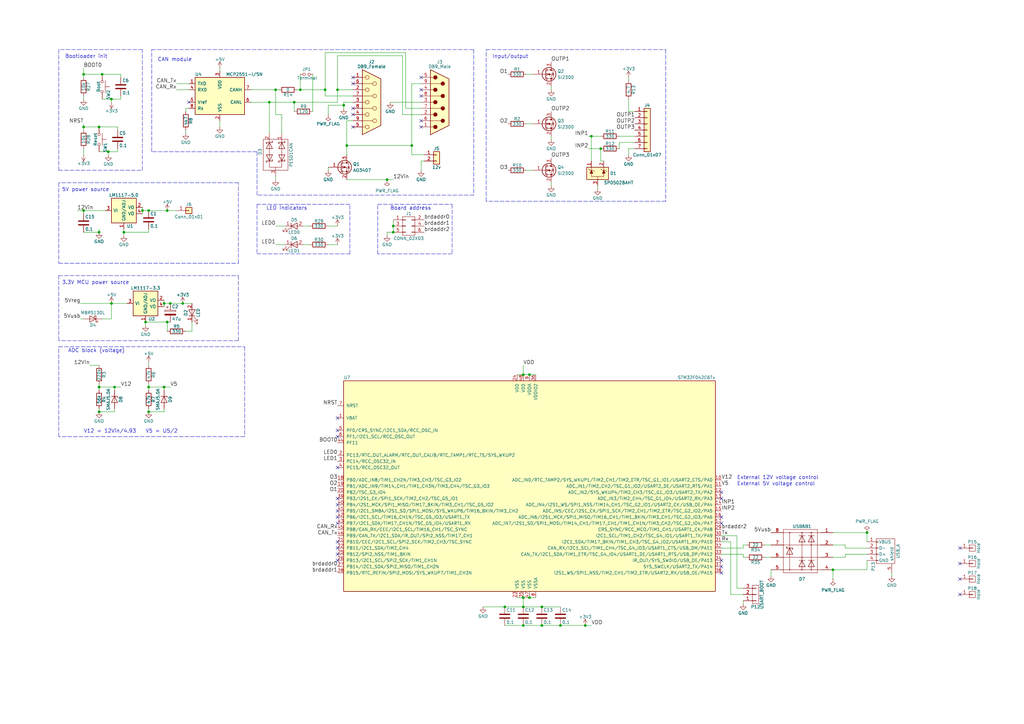
<source format=kicad_sch>
(kicad_sch (version 20231120) (generator "eeschema") (generator_version "8.0")
  (paper "A3")
  (junction (at 229.87 256.54))
  (junction (at 341.63 233.68))
  (junction (at 242.57 55.88))
  (junction (at 60.96 158.75))
  (junction (at 217.17 153.67))
  (junction (at 41.91 30.48))
  (junction (at 214.63 256.54))
  (junction (at 69.85 124.46))
  (junction (at 222.25 256.54))
  (junction (at 158.75 73.66))
  (junction (at 355.6 218.44))
  (junction (at 40.64 158.75))
  (junction (at 44.45 62.23))
  (junction (at 133.35 36.83))
  (junction (at 214.63 153.67))
  (junction (at 34.29 30.48))
  (junction (at 168.91 59.69))
  (junction (at 40.64 52.07))
  (junction (at 214.63 248.92))
  (junction (at 45.72 40.64))
  (junction (at 60.96 86.36))
  (junction (at 140.97 43.18))
  (junction (at 240.03 256.54))
  (junction (at 217.17 245.11))
  (junction (at 45.72 124.46))
  (junction (at 161.29 95.25))
  (junction (at 34.29 52.07))
  (junction (at 34.29 86.36))
  (junction (at 40.64 95.25))
  (junction (at 40.64 168.91))
  (junction (at 74.93 124.46))
  (junction (at 214.63 245.11))
  (junction (at 67.31 158.75))
  (junction (at 60.96 168.91))
  (junction (at 222.25 248.92))
  (junction (at 113.03 36.83))
  (junction (at 138.43 36.83))
  (junction (at 110.49 41.91))
  (junction (at 123.19 36.83))
  (junction (at 207.01 248.92))
  (junction (at 50.8 95.25))
  (junction (at 67.31 124.46))
  (junction (at 142.24 59.69))
  (junction (at 246.38 60.96))
  (junction (at 68.58 132.08))
  (junction (at 59.69 132.08))
  (junction (at 120.65 41.91))
  (junction (at 161.29 92.71))
  (junction (at 58.42 86.36))
  (junction (at 46.99 158.75))
  (junction (at 68.58 86.36))
  (no_connect (at 295.91 234.95))
  (no_connect (at 138.43 224.79))
  (no_connect (at 138.43 171.45))
  (no_connect (at 144.78 44.45))
  (no_connect (at 172.72 39.37))
  (no_connect (at 295.91 214.63))
  (no_connect (at 172.72 52.07))
  (no_connect (at 77.47 41.91))
  (no_connect (at 138.43 204.47))
  (no_connect (at 295.91 204.47))
  (no_connect (at 144.78 34.29))
  (no_connect (at 172.72 31.75))
  (no_connect (at 393.7 224.79))
  (no_connect (at 172.72 49.53))
  (no_connect (at 295.91 212.09))
  (no_connect (at 138.43 209.55))
  (no_connect (at 393.7 231.14))
  (no_connect (at 393.7 243.84))
  (no_connect (at 138.43 214.63))
  (no_connect (at 138.43 179.07))
  (no_connect (at 295.91 229.87))
  (no_connect (at 138.43 212.09))
  (no_connect (at 138.43 176.53))
  (no_connect (at 138.43 191.77))
  (no_connect (at 144.78 31.75))
  (no_connect (at 295.91 232.41))
  (no_connect (at 144.78 52.07))
  (no_connect (at 393.7 237.49))
  (no_connect (at 295.91 201.93))
  (no_connect (at 138.43 222.25))
  (no_connect (at 144.78 46.99))
  (no_connect (at 172.72 36.83))
  (no_connect (at 138.43 207.01))
  (no_connect (at 138.43 229.87))
  (no_connect (at 138.43 227.33))
  (wire (pts (xy 355.6 222.25) (xy 355.6 218.44)))
  (wire (pts (xy 77.47 34.29) (xy 72.39 34.29)))
  (wire (pts (xy 215.9 69.85) (xy 218.44 69.85)))
  (wire (pts (xy 257.81 33.02) (xy 257.81 31.75)))
  (wire (pts (xy 60.96 157.48) (xy 60.96 158.75)))
  (wire (pts (xy 168.91 63.5) (xy 173.99 63.5)))
  (wire (pts (xy 50.8 95.25) (xy 50.8 96.52)))
  (wire (pts (xy 60.96 168.91) (xy 67.31 168.91)))
  (wire (pts (xy 222.25 248.92) (xy 229.87 248.92)))
  (wire (pts (xy 341.63 228.6) (xy 346.71 228.6)))
  (wire (pts (xy 67.31 124.46) (xy 67.31 125.73)))
  (wire (pts (xy 207.01 256.54) (xy 214.63 256.54)))
  (wire (pts (xy 128.27 30.48) (xy 128.27 45.72)))
  (wire (pts (xy 346.71 224.79) (xy 346.71 223.52)))
  (wire (pts (xy 68.58 86.36) (xy 72.39 86.36)))
  (polyline (pts (xy 194.31 20.32) (xy 194.31 80.01)) (stroke (width 0) (type dash)))
  (wire (pts (xy 134.62 46.99) (xy 134.62 43.18)))
  (wire (pts (xy 160.02 41.91) (xy 172.72 41.91)))
  (wire (pts (xy 46.99 158.75) (xy 49.53 158.75)))
  (wire (pts (xy 60.96 86.36) (xy 68.58 86.36)))
  (wire (pts (xy 212.09 153.67) (xy 214.63 153.67)))
  (wire (pts (xy 168.91 34.29) (xy 168.91 59.69)))
  (polyline (pts (xy 24.13 142.24) (xy 100.33 142.24)) (stroke (width 0) (type dash)))
  (polyline (pts (xy 105.41 80.01) (xy 105.41 62.23)) (stroke (width 0) (type dash)))
  (wire (pts (xy 165.1 46.99) (xy 172.72 46.99)))
  (wire (pts (xy 144.78 41.91) (xy 140.97 41.91)))
  (polyline (pts (xy 58.42 20.32) (xy 24.13 20.32)) (stroke (width 0) (type dash)))
  (wire (pts (xy 229.87 256.54) (xy 222.25 256.54)))
  (wire (pts (xy 217.17 245.11) (xy 219.71 245.11)))
  (wire (pts (xy 113.03 36.83) (xy 114.3 36.83)))
  (wire (pts (xy 355.6 224.79) (xy 346.71 224.79)))
  (wire (pts (xy 304.8 246.38) (xy 304.8 247.65)))
  (wire (pts (xy 59.69 132.08) (xy 68.58 132.08)))
  (wire (pts (xy 254 60.96) (xy 254 58.42)))
  (wire (pts (xy 257.81 45.72) (xy 260.35 45.72)))
  (polyline (pts (xy 24.13 74.93) (xy 24.13 107.95)) (stroke (width 0) (type dash)))
  (wire (pts (xy 60.96 149.86) (xy 60.96 148.59)))
  (polyline (pts (xy 199.39 82.55) (xy 199.39 20.32)) (stroke (width 0) (type dash)))
  (polyline (pts (xy 24.13 113.03) (xy 97.79 113.03)) (stroke (width 0) (type dash)))
  (wire (pts (xy 134.62 69.85) (xy 134.62 68.58)))
  (wire (pts (xy 226.06 76.2) (xy 226.06 74.93)))
  (wire (pts (xy 113.03 100.33) (xy 116.84 100.33)))
  (wire (pts (xy 67.31 123.19) (xy 67.31 124.46)))
  (wire (pts (xy 44.45 62.23) (xy 48.26 62.23)))
  (wire (pts (xy 45.72 40.64) (xy 49.53 40.64)))
  (wire (pts (xy 142.24 73.66) (xy 158.75 73.66)))
  (polyline (pts (xy 97.79 107.95) (xy 97.79 74.93)) (stroke (width 0) (type dash)))
  (wire (pts (xy 46.99 168.91) (xy 46.99 167.64)))
  (wire (pts (xy 240.03 256.54) (xy 242.57 256.54)))
  (polyline (pts (xy 62.23 62.23) (xy 62.23 20.32)) (stroke (width 0) (type dash)))
  (wire (pts (xy 133.35 39.37) (xy 144.78 39.37)))
  (wire (pts (xy 40.64 167.64) (xy 40.64 168.91)))
  (wire (pts (xy 214.63 248.92) (xy 222.25 248.92)))
  (wire (pts (xy 316.23 236.22) (xy 316.23 233.68)))
  (wire (pts (xy 110.49 41.91) (xy 102.87 41.91)))
  (wire (pts (xy 246.38 60.96) (xy 241.3 60.96)))
  (wire (pts (xy 365.76 236.22) (xy 365.76 234.95)))
  (wire (pts (xy 102.87 36.83) (xy 113.03 36.83)))
  (wire (pts (xy 58.42 86.36) (xy 60.96 86.36)))
  (wire (pts (xy 304.8 227.33) (xy 295.91 227.33)))
  (wire (pts (xy 168.91 59.69) (xy 168.91 63.5)))
  (wire (pts (xy 165.1 22.86) (xy 165.1 46.99)))
  (polyline (pts (xy 105.41 83.82) (xy 105.41 104.14)) (stroke (width 0) (type dash)))
  (wire (pts (xy 120.65 41.91) (xy 110.49 41.91)))
  (wire (pts (xy 34.29 95.25) (xy 40.64 95.25)))
  (wire (pts (xy 40.64 95.25) (xy 40.64 93.98)))
  (wire (pts (xy 34.29 86.36) (xy 43.18 86.36)))
  (wire (pts (xy 74.93 124.46) (xy 78.74 124.46)))
  (wire (pts (xy 115.57 46.99) (xy 113.03 46.99)))
  (wire (pts (xy 50.8 93.98) (xy 50.8 95.25)))
  (wire (pts (xy 67.31 160.02) (xy 67.31 158.75)))
  (wire (pts (xy 33.02 124.46) (xy 45.72 124.46)))
  (polyline (pts (xy 24.13 139.7) (xy 24.13 113.03)) (stroke (width 0) (type dash)))
  (wire (pts (xy 48.26 52.07) (xy 48.26 53.34)))
  (polyline (pts (xy 143.51 104.14) (xy 143.51 83.82)) (stroke (width 0) (type dash)))
  (wire (pts (xy 115.57 54.61) (xy 115.57 46.99)))
  (wire (pts (xy 76.2 45.72) (xy 76.2 44.45)))
  (wire (pts (xy 123.19 36.83) (xy 123.19 30.48)))
  (wire (pts (xy 45.72 124.46) (xy 52.07 124.46)))
  (wire (pts (xy 49.53 30.48) (xy 49.53 31.75)))
  (wire (pts (xy 34.29 63.5) (xy 34.29 60.96)))
  (wire (pts (xy 316.23 228.6) (xy 313.69 228.6)))
  (wire (pts (xy 346.71 228.6) (xy 346.71 227.33)))
  (wire (pts (xy 40.64 158.75) (xy 40.64 160.02)))
  (wire (pts (xy 295.91 222.25) (xy 299.72 222.25)))
  (wire (pts (xy 257.81 60.96) (xy 260.35 60.96)))
  (wire (pts (xy 34.29 87.63) (xy 34.29 86.36)))
  (polyline (pts (xy 273.05 20.32) (xy 273.05 82.55)) (stroke (width 0) (type dash)))
  (wire (pts (xy 123.19 36.83) (xy 133.35 36.83)))
  (wire (pts (xy 355.6 218.44) (xy 341.63 218.44)))
  (wire (pts (xy 144.78 49.53) (xy 142.24 49.53)))
  (wire (pts (xy 40.64 62.23) (xy 44.45 62.23)))
  (wire (pts (xy 346.71 227.33) (xy 355.6 227.33)))
  (wire (pts (xy 242.57 55.88) (xy 246.38 55.88)))
  (polyline (pts (xy 58.42 69.85) (xy 58.42 20.32)) (stroke (width 0) (type dash)))
  (wire (pts (xy 214.63 248.92) (xy 214.63 245.11)))
  (wire (pts (xy 90.17 49.53) (xy 90.17 52.07)))
  (wire (pts (xy 40.64 168.91) (xy 46.99 168.91)))
  (wire (pts (xy 77.47 36.83) (xy 72.39 36.83)))
  (wire (pts (xy 215.9 50.8) (xy 218.44 50.8)))
  (wire (pts (xy 214.63 153.67) (xy 217.17 153.67)))
  (polyline (pts (xy 100.33 142.24) (xy 100.33 179.07)) (stroke (width 0) (type dash)))
  (wire (pts (xy 302.26 241.3) (xy 302.26 219.71)))
  (wire (pts (xy 133.35 21.59) (xy 133.35 36.83)))
  (wire (pts (xy 60.96 158.75) (xy 67.31 158.75)))
  (wire (pts (xy 76.2 54.61) (xy 76.2 53.34)))
  (polyline (pts (xy 199.39 20.32) (xy 273.05 20.32)) (stroke (width 0) (type dash)))
  (wire (pts (xy 214.63 256.54) (xy 222.25 256.54)))
  (wire (pts (xy 198.12 248.92) (xy 207.01 248.92)))
  (wire (pts (xy 355.6 229.87) (xy 355.6 233.68)))
  (wire (pts (xy 46.99 160.02) (xy 46.99 158.75)))
  (wire (pts (xy 207.01 248.92) (xy 214.63 248.92)))
  (polyline (pts (xy 185.42 104.14) (xy 154.94 104.14)) (stroke (width 0) (type dash)))
  (wire (pts (xy 133.35 36.83) (xy 133.35 39.37)))
  (wire (pts (xy 246.38 66.04) (xy 246.38 60.96)))
  (polyline (pts (xy 105.41 104.14) (xy 143.51 104.14)) (stroke (width 0) (type dash)))
  (polyline (pts (xy 273.05 82.55) (xy 199.39 82.55)) (stroke (width 0) (type dash)))
  (wire (pts (xy 166.37 44.45) (xy 166.37 21.59)))
  (wire (pts (xy 138.43 36.83) (xy 138.43 41.91)))
  (wire (pts (xy 40.64 157.48) (xy 40.64 158.75)))
  (wire (pts (xy 67.31 168.91) (xy 67.31 167.64)))
  (polyline (pts (xy 100.33 179.07) (xy 24.13 179.07)) (stroke (width 0) (type dash)))
  (wire (pts (xy 120.65 45.72) (xy 120.65 41.91)))
  (wire (pts (xy 241.3 55.88) (xy 242.57 55.88)))
  (wire (pts (xy 31.75 86.36) (xy 34.29 86.36)))
  (wire (pts (xy 45.72 41.91) (xy 45.72 40.64)))
  (wire (pts (xy 90.17 27.94) (xy 90.17 29.21)))
  (wire (pts (xy 34.29 30.48) (xy 34.29 31.75)))
  (wire (pts (xy 36.83 149.86) (xy 40.64 149.86)))
  (wire (pts (xy 69.85 124.46) (xy 74.93 124.46)))
  (wire (pts (xy 172.72 69.85) (xy 172.72 66.04)))
  (wire (pts (xy 161.29 92.71) (xy 161.29 90.17)))
  (wire (pts (xy 41.91 130.81) (xy 45.72 130.81)))
  (wire (pts (xy 215.9 30.48) (xy 218.44 30.48)))
  (wire (pts (xy 60.96 167.64) (xy 60.96 168.91)))
  (wire (pts (xy 34.29 52.07) (xy 40.64 52.07)))
  (wire (pts (xy 142.24 49.53) (xy 142.24 59.69)))
  (wire (pts (xy 138.43 36.83) (xy 144.78 36.83)))
  (wire (pts (xy 158.75 96.52) (xy 158.75 95.25)))
  (wire (pts (xy 76.2 44.45) (xy 77.47 44.45)))
  (wire (pts (xy 212.09 245.11) (xy 214.63 245.11)))
  (wire (pts (xy 229.87 256.54) (xy 240.03 256.54)))
  (wire (pts (xy 302.26 219.71) (xy 295.91 219.71)))
  (wire (pts (xy 113.03 73.66) (xy 113.03 72.39)))
  (wire (pts (xy 110.49 41.91) (xy 110.49 54.61)))
  (wire (pts (xy 50.8 95.25) (xy 60.96 95.25)))
  (wire (pts (xy 78.74 135.89) (xy 78.74 132.08)))
  (wire (pts (xy 306.07 228.6) (xy 304.8 228.6)))
  (wire (pts (xy 67.31 124.46) (xy 69.85 124.46)))
  (wire (pts (xy 140.97 43.18) (xy 140.97 44.45)))
  (wire (pts (xy 142.24 59.69) (xy 168.91 59.69)))
  (polyline (pts (xy 24.13 107.95) (xy 97.79 107.95)) (stroke (width 0) (type dash)))
  (wire (pts (xy 304.8 224.79) (xy 304.8 223.52)))
  (polyline (pts (xy 154.94 104.14) (xy 154.94 83.82)) (stroke (width 0) (type dash)))
  (wire (pts (xy 58.42 85.09) (xy 58.42 86.36)))
  (wire (pts (xy 34.29 130.81) (xy 33.02 130.81)))
  (wire (pts (xy 247.65 66.04) (xy 246.38 66.04)))
  (wire (pts (xy 134.62 43.18) (xy 140.97 43.18)))
  (wire (pts (xy 121.92 36.83) (xy 123.19 36.83)))
  (polyline (pts (xy 24.13 69.85) (xy 58.42 69.85)) (stroke (width 0) (type dash)))
  (wire (pts (xy 254 58.42) (xy 260.35 58.42)))
  (wire (pts (xy 49.53 40.64) (xy 49.53 39.37)))
  (wire (pts (xy 140.97 41.91) (xy 140.97 43.18)))
  (wire (pts (xy 34.29 50.8) (xy 34.29 52.07)))
  (wire (pts (xy 161.29 95.25) (xy 161.29 92.71)))
  (polyline (pts (xy 24.13 179.07) (xy 24.13 142.24)) (stroke (width 0) (type dash)))
  (wire (pts (xy 40.64 158.75) (xy 46.99 158.75)))
  (wire (pts (xy 214.63 245.11) (xy 217.17 245.11)))
  (wire (pts (xy 76.2 135.89) (xy 78.74 135.89)))
  (wire (pts (xy 158.75 95.25) (xy 161.29 95.25)))
  (wire (pts (xy 304.8 223.52) (xy 306.07 223.52)))
  (wire (pts (xy 245.11 77.47) (xy 245.11 76.2)))
  (wire (pts (xy 68.58 132.08) (xy 69.85 132.08)))
  (wire (pts (xy 60.96 95.25) (xy 60.96 93.98)))
  (wire (pts (xy 226.06 57.15) (xy 226.06 55.88)))
  (polyline (pts (xy 185.42 83.82) (xy 185.42 104.14)) (stroke (width 0) (type dash)))
  (wire (pts (xy 41.91 40.64) (xy 45.72 40.64)))
  (wire (pts (xy 142.24 59.69) (xy 142.24 63.5)))
  (wire (pts (xy 260.35 55.88) (xy 254 55.88)))
  (wire (pts (xy 242.57 66.04) (xy 242.57 55.88)))
  (wire (pts (xy 158.75 73.66) (xy 161.29 73.66)))
  (wire (pts (xy 134.62 100.33) (xy 138.43 100.33)))
  (wire (pts (xy 134.62 92.71) (xy 138.43 92.71)))
  (wire (pts (xy 138.43 41.91) (xy 120.65 41.91)))
  (wire (pts (xy 67.31 158.75) (xy 69.85 158.75)))
  (wire (pts (xy 257.81 63.5) (xy 257.81 60.96)))
  (wire (pts (xy 168.91 34.29) (xy 172.72 34.29)))
  (wire (pts (xy 59.69 133.35) (xy 59.69 132.08)))
  (wire (pts (xy 113.03 46.99) (xy 113.03 36.83)))
  (wire (pts (xy 299.72 222.25) (xy 299.72 243.84)))
  (wire (pts (xy 341.63 233.68) (xy 341.63 237.49)))
  (wire (pts (xy 304.8 228.6) (xy 304.8 227.33)))
  (wire (pts (xy 58.42 86.36) (xy 58.42 87.63)))
  (wire (pts (xy 138.43 22.86) (xy 138.43 36.83)))
  (wire (pts (xy 68.58 135.89) (xy 68.58 132.08)))
  (polyline (pts (xy 194.31 80.01) (xy 105.41 80.01)) (stroke (width 0) (type dash)))
  (polyline (pts (xy 143.51 83.82) (xy 105.41 83.82)) (stroke (width 0) (type dash)))
  (wire (pts (xy 172.72 66.04) (xy 173.99 66.04)))
  (wire (pts (xy 304.8 241.3) (xy 302.26 241.3)))
  (wire (pts (xy 166.37 21.59) (xy 133.35 21.59)))
  (wire (pts (xy 34.29 30.48) (xy 41.91 30.48)))
  (wire (pts (xy 226.06 36.83) (xy 226.06 35.56)))
  (polyline (pts (xy 97.79 113.03) (xy 97.79 139.7)) (stroke (width 0) (type dash)))
  (polyline (pts (xy 154.94 83.82) (xy 185.42 83.82)) (stroke (width 0) (type dash)))
  (wire (pts (xy 48.26 62.23) (xy 48.26 60.96)))
  (wire (pts (xy 214.63 153.67) (xy 214.63 149.86)))
  (polyline (pts (xy 62.23 20.32) (xy 194.31 20.32)) (stroke (width 0) (type dash)))
  (wire (pts (xy 45.72 130.81) (xy 45.72 124.46)))
  (wire (pts (xy 355.6 233.68) (xy 341.63 233.68)))
  (wire (pts (xy 40.64 52.07) (xy 48.26 52.07)))
  (wire (pts (xy 34.29 52.07) (xy 34.29 53.34)))
  (wire (pts (xy 124.46 100.33) (xy 127 100.33)))
  (wire (pts (xy 60.96 158.75) (xy 60.96 160.02)))
  (polyline (pts (xy 24.13 20.32) (xy 24.13 69.85)) (stroke (width 0) (type dash)))
  (wire (pts (xy 41.91 30.48) (xy 49.53 30.48)))
  (wire (pts (xy 172.72 44.45) (xy 166.37 44.45)))
  (wire (pts (xy 299.72 243.84) (xy 304.8 243.84)))
  (wire (pts (xy 138.43 22.86) (xy 165.1 22.86)))
  (polyline (pts (xy 97.79 139.7) (xy 24.13 139.7)) (stroke (width 0) (type dash)))
  (wire (pts (xy 34.29 27.94) (xy 34.29 30.48)))
  (wire (pts (xy 217.17 153.67) (xy 219.71 153.67)))
  (wire (pts (xy 295.91 224.79) (xy 304.8 224.79)))
  (polyline (pts (xy 105.41 62.23) (xy 62.23 62.23)) (stroke (width 0) (type dash)))
  (wire (pts (xy 257.81 40.64) (xy 257.81 45.72)))
  (wire (pts (xy 346.71 223.52) (xy 341.63 223.52)))
  (polyline (pts (xy 97.79 74.93) (xy 24.13 74.93)) (stroke (width 0) (type dash)))
  (wire (pts (xy 124.46 92.71) (xy 127 92.71)))
  (wire (pts (xy 34.29 40.64) (xy 34.29 39.37)))
  (wire (pts (xy 44.45 63.5) (xy 44.45 62.23)))
  (wire (pts (xy 113.03 92.71) (xy 116.84 92.71)))
  (wire (pts (xy 313.69 223.52) (xy 316.23 223.52)))
  (text "External 5V voltage control" (at 302.26 199.39 0) (effects (font (size 1.524 1.524)) (justify left bottom)))
  (text "Board address" (at 160.02 86.36 0) (effects (font (size 1.524 1.524)) (justify left bottom)))
  (text "Bootloader init" (at 26.67 24.13 0) (effects (font (size 1.524 1.524)) (justify left bottom)))
  (text "V12 = 12Vin/4.93" (at 34.29 177.8 0) (effects (font (size 1.524 1.524)) (justify left bottom)))
  (text "ADC block (voltage)" (at 27.94 144.78 0) (effects (font (size 1.524 1.524)) (justify left bottom)))
  (text "3.3V MCU power source" (at 25.4 116.84 0) (effects (font (size 1.524 1.524)) (justify left bottom)))
  (text "Input/output" (at 201.93 24.13 0) (effects (font (size 1.524 1.524)) (justify left bottom)))
  (text "LED indicators" (at 109.22 86.36 0) (effects (font (size 1.524 1.524)) (justify left bottom)))
  (text "External 12V voltage control" (at 302.26 196.85 0) (effects (font (size 1.524 1.524)) (justify left bottom)))
  (text "CAN module" (at 78.74 25.4 0) (effects (font (size 1.524 1.524)) (justify right bottom)))
  (text "5V power source" (at 25.4 78.74 0) (effects (font (size 1.524 1.524)) (justify left bottom)))
  (text "V5 = U5/2" (at 59.69 177.8 0) (effects (font (size 1.524 1.524)) (justify left bottom)))
  (label "V5" (at 295.91 199.39 0) (effects (font (size 1.524 1.524))))
  (label "INP1" (at 241.3 55.88 180) (effects (font (size 1.524 1.524))))
  (label "OUTP2" (at 226.06 45.72 0) (effects (font (size 1.524 1.524))))
  (label "O2" (at 138.43 199.39 180) (effects (font (size 1.524 1.524))))
  (label "LED0" (at 113.03 92.71 180) (effects (font (size 1.524 1.524))))
  (label "NRST" (at 34.29 50.8 180) (effects (font (size 1.524 1.524))))
  (label "Rx" (at 295.91 222.25 0) (effects (font (size 1.524 1.524))))
  (label "O1" (at 208.28 30.48 180) (effects (font (size 1.524 1.524))))
  (label "brdaddr0" (at 138.43 232.41 180) (effects (font (size 1.524 1.524))))
  (label "V12" (at 49.53 158.75 0) (effects (font (size 1.524 1.524))))
  (label "OUTP1" (at 226.06 25.4 0) (effects (font (size 1.524 1.524))))
  (label "INP2" (at 295.91 209.55 0) (effects (font (size 1.524 1.524))))
  (label "O3" (at 138.43 196.85 180) (effects (font (size 1.524 1.524))))
  (label "CAN_Rx" (at 72.39 36.83 180) (effects (font (size 1.524 1.524))))
  (label "5Vusb" (at 316.23 218.44 180) (effects (font (size 1.524 1.524))))
  (label "BOOT0" (at 138.43 181.61 180) (effects (font (size 1.524 1.524))))
  (label "5Vusb" (at 33.02 130.81 180) (effects (font (size 1.524 1.524))))
  (label "12Vin" (at 31.75 86.36 0) (effects (font (size 1.524 1.524))))
  (label "OUTP1" (at 260.35 48.26 180) (effects (font (size 1.524 1.524))))
  (label "V5" (at 69.85 158.75 0) (effects (font (size 1.524 1.524))))
  (label "LED1" (at 113.03 100.33 180) (effects (font (size 1.524 1.524))))
  (label "INP2" (at 241.3 60.96 180) (effects (font (size 1.524 1.524))))
  (label "BOOT0" (at 34.29 27.94 0) (effects (font (size 1.524 1.524))))
  (label "LED1" (at 138.43 189.23 180) (effects (font (size 1.524 1.524))))
  (label "5Vreg" (at 33.02 124.46 180) (effects (font (size 1.524 1.524))))
  (label "OUTP3" (at 226.06 64.77 0) (effects (font (size 1.524 1.524))))
  (label "INP1" (at 295.91 207.01 0) (effects (font (size 1.524 1.524))))
  (label "NRST" (at 138.43 166.37 180) (effects (font (size 1.524 1.524))))
  (label "brdaddr2" (at 173.99 95.25 0) (effects (font (size 1.524 1.524))))
  (label "brdaddr2" (at 295.91 217.17 0) (effects (font (size 1.524 1.524))))
  (label "OUTP2" (at 260.35 50.8 180) (effects (font (size 1.524 1.524))))
  (label "LED0" (at 138.43 186.69 180) (effects (font (size 1.524 1.524))))
  (label "CAN_Tx" (at 138.43 219.71 180) (effects (font (size 1.524 1.524))))
  (label "CAN_Rx" (at 138.43 217.17 180) (effects (font (size 1.524 1.524))))
  (label "brdaddr1" (at 138.43 234.95 180) (effects (font (size 1.524 1.524))))
  (label "OUTP3" (at 260.35 53.34 180) (effects (font (size 1.524 1.524))))
  (label "brdaddr1" (at 173.99 92.71 0) (effects (font (size 1.524 1.524))))
  (label "O3" (at 208.28 69.85 180) (effects (font (size 1.524 1.524))))
  (label "O2" (at 208.28 50.8 180) (effects (font (size 1.524 1.524))))
  (label "CAN_Tx" (at 72.39 34.29 180) (effects (font (size 1.524 1.524))))
  (label "brdaddr0" (at 173.99 90.17 0) (effects (font (size 1.524 1.524))))
  (label "Tx" (at 295.91 219.71 0) (effects (font (size 1.524 1.524))))
  (label "VDD" (at 214.63 149.86 0) (effects (font (size 1.524 1.524))))
  (label "12Vin" (at 36.83 149.86 180) (effects (font (size 1.524 1.524))))
  (label "O1" (at 138.43 201.93 180) (effects (font (size 1.524 1.524))))
  (label "12Vin" (at 161.29 73.66 0) (effects (font (size 1.524 1.524))))
  (label "V12" (at 295.91 196.85 0) (effects (font (size 1.524 1.524))))
  (label "VDD" (at 242.57 256.54 0) (effects (font (size 1.524 1.524))))
  (symbol (lib_id "stm32-rescue:STM32F042C6Tx") (at 217.17 199.39 0) (unit 1)
    (property "Reference" "U7" (at 140.97 155.575 0) (effects (justify left bottom)))
    (property "Value" "STM32F042C6Tx" (at 293.37 155.575 0) (effects (justify right bottom)))
    (property "Footprint" "Housings_QFP.pretty:LQFP-48_7x7mm_Pitch0.5mm" (effects (hide yes)))
  )
  (symbol (lib_id "stm32-rescue:C") (at 207.01 252.73 0) (unit 1)
    (property "Reference" "C11" (at 207.645 250.19 0) (effects (justify left)))
    (property "Value" "0.1" (at 207.645 255.27 0) (effects (justify left)))
    (property "Footprint" "Capacitors_SMD.pretty:C_0603_HandSoldering" (effects (hide yes)))
  )
  (symbol (lib_id "stm32-rescue:LM1117-3.3-RESCUE-stm32") (at 59.69 124.46 0) (unit 1)
    (property "Reference" "U2" (at 62.23 130.81 0))
    (property "Value" "LM1117-3.3" (at 59.69 118.11 0))
    (property "Footprint" "TO_SOT_Packages_SMD.pretty:SOT-223" (effects (hide yes)))
  )
  (symbol (lib_id "stm32-rescue:MCP2551-I_SN") (at 90.17 39.37 0) (unit 1)
    (property "Reference" "U4" (at 80.01 30.48 0) (effects (justify left)))
    (property "Value" "MCP2551-I/SN" (at 92.71 30.48 0) (effects (justify left)))
    (property "Footprint" "Housings_SOIC.pretty:SOIC-8_3.9x4.9mm_Pitch1.27mm" (effects (hide yes)))
  )
  (symbol (lib_id "stm32-rescue:USB_A-RESCUE-stm32") (at 363.22 227.33 270) (unit 1)
    (property "Reference" "P13" (at 358.14 232.41 0))
    (property "Value" "USB_A" (at 368.3 226.06 0))
    (property "Footprint" "Connect.pretty:USB_Mini-B" (effects (hide yes)))
  )
  (symbol (lib_id "stm32-rescue:GND") (at 40.64 95.25 0) (unit 1)
    (property "Reference" "#PWR01" (effects (hide yes)))
    (property "Value" "GND" (at 40.64 99.06 0))
  )
  (symbol (lib_id "stm32-rescue:+5V") (at 45.72 124.46 0) (unit 1)
    (property "Reference" "#PWR02" (effects (hide yes)))
    (property "Value" "+5V" (at 45.72 120.904 0))
  )
  (symbol (lib_id "stm32-rescue:GND") (at 59.69 133.35 0) (unit 1)
    (property "Reference" "#PWR03" (effects (hide yes)))
    (property "Value" "GND" (at 59.69 137.16 0))
  )
  (symbol (lib_id "stm32-rescue:CP") (at 69.85 128.27 0) (unit 1)
    (property "Reference" "C2" (at 70.485 125.73 0) (effects (justify left)))
    (property "Value" "47u" (at 70.485 130.81 0) (effects (justify left)))
    (property "Footprint" "Capacitors_Tantalum_SMD.pretty:Tantalum_Case-A_EIA-3216-18_Hand" (effects (hide yes)))
  )
  (symbol (lib_id "stm32-rescue:+3.3V") (at 74.93 124.46 0) (unit 1)
    (property "Reference" "#PWR04" (effects (hide yes)))
    (property "Value" "+3V3" (at 74.93 120.904 0))
  )
  (symbol (lib_id "stm32-rescue:PESD1CAN") (at 115.57 62.23 270) (unit 1)
    (property "Reference" "D3" (at 106.68 62.23 0))
    (property "Value" "PESD1CAN" (at 119.38 63.5 0))
    (property "Footprint" "TO_SOT_Packages_SMD.pretty:SOT-23" (effects (hide yes)))
  )
  (symbol (lib_id "stm32-rescue:GND") (at 113.03 73.66 0) (unit 1)
    (property "Reference" "#PWR05" (effects (hide yes)))
    (property "Value" "GND" (at 113.03 77.47 0))
  )
  (symbol (lib_id "stm32-rescue:+5V") (at 90.17 27.94 0) (unit 1)
    (property "Reference" "#PWR06" (effects (hide yes)))
    (property "Value" "+5V" (at 90.17 24.384 0))
  )
  (symbol (lib_id "stm32-rescue:R") (at 76.2 49.53 0) (unit 1)
    (property "Reference" "R8" (at 78.232 49.53 90))
    (property "Value" "4k7" (at 76.2 49.53 90))
    (property "Footprint" "Resistors_SMD.pretty:R_0603_HandSoldering" (effects (hide yes)))
  )
  (symbol (lib_id "stm32-rescue:GND") (at 90.17 52.07 0) (unit 1)
    (property "Reference" "#PWR07" (effects (hide yes)))
    (property "Value" "GND" (at 90.17 55.88 0))
  )
  (symbol (lib_id "stm32-rescue:GND") (at 76.2 54.61 0) (unit 1)
    (property "Reference" "#PWR08" (effects (hide yes)))
    (property "Value" "GND" (at 76.2 58.42 0))
  )
  (symbol (lib_id "stm32-rescue:R") (at 124.46 45.72 90) (unit 1)
    (property "Reference" "R9" (at 124.46 43.688 90))
    (property "Value" "120" (at 124.46 45.72 90))
    (property "Footprint" "Resistors_SMD.pretty:R_0603_HandSoldering" (effects (hide yes)))
  )
  (symbol (lib_id "stm32-rescue:Jumper_NO_Small") (at 125.73 30.48 0) (unit 1)
    (property "Reference" "JP1" (at 125.73 28.448 0))
    (property "Value" "Terminal" (at 125.984 32.004 0))
    (property "Footprint" "Pin_Headers.pretty:Pin_Header_Straight_1x02" (effects (hide yes)))
  )
  (symbol (lib_id "stm32-rescue:LED-RESCUE-stm32") (at 120.65 92.71 0) (unit 1)
    (property "Reference" "D5" (at 120.65 90.17 0))
    (property "Value" "LED0" (at 120.65 95.25 0))
    (property "Footprint" "LEDs.pretty:LED_0805" (effects (hide yes)))
  )
  (symbol (lib_id "stm32-rescue:R") (at 130.81 92.71 90) (unit 1)
    (property "Reference" "R29" (at 130.81 90.678 90))
    (property "Value" "330" (at 130.81 92.71 90))
    (property "Footprint" "Resistors_SMD.pretty:R_0603_HandSoldering" (effects (hide yes)))
  )
  (symbol (lib_id "stm32-rescue:+3.3V") (at 138.43 92.71 0) (unit 1)
    (property "Reference" "#PWR09" (effects (hide yes)))
    (property "Value" "+3V3" (at 138.43 89.154 0))
  )
  (symbol (lib_id "stm32-rescue:C") (at 214.63 252.73 0) (unit 1)
    (property "Reference" "C12" (at 215.265 250.19 0) (effects (justify left)))
    (property "Value" "0.1" (at 215.265 255.27 0) (effects (justify left)))
    (property "Footprint" "Capacitors_SMD.pretty:C_0603_HandSoldering" (effects (hide yes)))
  )
  (symbol (lib_id "stm32-rescue:C") (at 222.25 252.73 0) (unit 1)
    (property "Reference" "C13" (at 222.885 250.19 0) (effects (justify left)))
    (property "Value" "0.1" (at 222.885 255.27 0) (effects (justify left)))
    (property "Footprint" "Capacitors_SMD.pretty:C_0603_HandSoldering" (effects (hide yes)))
  )
  (symbol (lib_id "stm32-rescue:USB6B1") (at 328.93 226.06 0) (mirror y) (unit 1)
    (property "Reference" "D7" (at 328.93 237.49 0))
    (property "Value" "USB6B1" (at 328.93 215.9 0))
    (property "Footprint" "Housings_SOIC.pretty:SOIC-8_3.9x4.9mm_Pitch1.27mm" (effects (hide yes)))
  )
  (symbol (lib_id "stm32-rescue:LED-RESCUE-stm32") (at 120.65 100.33 0) (unit 1)
    (property "Reference" "D6" (at 120.65 97.79 0))
    (property "Value" "LED1" (at 120.65 102.87 0))
    (property "Footprint" "LEDs.pretty:LED_0805" (effects (hide yes)))
  )
  (symbol (lib_id "stm32-rescue:R") (at 130.81 100.33 90) (unit 1)
    (property "Reference" "R30" (at 130.81 98.298 90))
    (property "Value" "330" (at 130.81 100.33 90))
    (property "Footprint" "Resistors_SMD.pretty:R_0603_HandSoldering" (effects (hide yes)))
  )
  (symbol (lib_id "stm32-rescue:+3.3V") (at 138.43 100.33 0) (unit 1)
    (property "Reference" "#PWR010" (effects (hide yes)))
    (property "Value" "+3V3" (at 138.43 96.774 0))
  )
  (symbol (lib_id "stm32-rescue:LED-RESCUE-stm32") (at 78.74 128.27 90) (unit 1)
    (property "Reference" "D2" (at 76.2 128.27 0))
    (property "Value" "LED" (at 81.28 128.27 0))
    (property "Footprint" "LEDs.pretty:LED_0805" (effects (hide yes)))
  )
  (symbol (lib_id "stm32-rescue:R") (at 72.39 135.89 90) (unit 1)
    (property "Reference" "R5" (at 72.39 133.858 90))
    (property "Value" "330" (at 72.39 135.89 90))
    (property "Footprint" "Resistors_SMD.pretty:R_0603_HandSoldering" (effects (hide yes)))
  )
  (symbol (lib_id "stm32-rescue:SW_Push") (at 41.91 35.56 270) (unit 1)
    (property "Reference" "SW2" (at 44.45 36.83 0) (effects (justify left)))
    (property "Value" "Boot" (at 40.386 35.56 0))
    (property "Footprint" "Buttons_Switches_SMD.pretty:SW_SPST_FSMSM" (effects (hide yes)))
  )
  (symbol (lib_id "stm32-rescue:SW_Push") (at 40.64 57.15 270) (unit 1)
    (property "Reference" "SW1" (at 43.18 58.42 0) (effects (justify left)))
    (property "Value" "Reset" (at 39.116 57.15 0))
    (property "Footprint" "Buttons_Switches_SMD.pretty:SW_SPST_FSMSM" (effects (hide yes)))
  )
  (symbol (lib_id "stm32-rescue:GND") (at 34.29 40.64 0) (unit 1)
    (property "Reference" "#PWR018" (effects (hide yes)))
    (property "Value" "GND" (at 34.29 44.45 0))
  )
  (symbol (lib_id "stm32-rescue:+3.3V") (at 240.03 256.54 0) (unit 1)
    (property "Reference" "#PWR011" (effects (hide yes)))
    (property "Value" "+3V3" (at 240.03 252.984 0))
  )
  (symbol (lib_id "stm32-rescue:GND") (at 198.12 248.92 0) (unit 1)
    (property "Reference" "#PWR012" (effects (hide yes)))
    (property "Value" "GND" (at 198.12 252.73 0))
  )
  (symbol (lib_id "stm32-rescue:+3.3V") (at 45.72 41.91 180) (unit 1)
    (property "Reference" "#PWR019" (effects (hide yes)))
    (property "Value" "+3V3" (at 45.72 45.466 0))
  )
  (symbol (lib_id "stm32-rescue:+3.3V") (at 34.29 63.5 180) (unit 1)
    (property "Reference" "#PWR020" (effects (hide yes)))
    (property "Value" "+3V3" (at 34.29 67.056 0))
  )
  (symbol (lib_id "stm32-rescue:GND") (at 44.45 63.5 0) (unit 1)
    (property "Reference" "#PWR021" (effects (hide yes)))
    (property "Value" "GND" (at 44.45 67.31 0))
  )
  (symbol (lib_id "stm32-rescue:R") (at 40.64 153.67 0) (unit 1)
    (property "Reference" "R3" (at 42.672 153.67 90))
    (property "Value" "220k" (at 40.64 153.67 90))
    (property "Footprint" "Resistors_SMD.pretty:R_0603_HandSoldering" (effects (hide yes)))
  )
  (symbol (lib_id "stm32-rescue:R") (at 40.64 163.83 0) (unit 1)
    (property "Reference" "R4" (at 42.672 163.83 90))
    (property "Value" "56k" (at 40.64 163.83 90))
    (property "Footprint" "Resistors_SMD.pretty:R_0603_HandSoldering" (effects (hide yes)))
  )
  (symbol (lib_id "stm32-rescue:R") (at 60.96 153.67 0) (unit 1)
    (property "Reference" "R6" (at 62.992 153.67 90))
    (property "Value" "47k" (at 60.96 153.67 90))
    (property "Footprint" "Resistors_SMD.pretty:R_0603_HandSoldering" (effects (hide yes)))
  )
  (symbol (lib_id "stm32-rescue:R") (at 60.96 163.83 0) (unit 1)
    (property "Reference" "R7" (at 62.992 163.83 90))
    (property "Value" "47k" (at 60.96 163.83 90))
    (property "Footprint" "Resistors_SMD.pretty:R_0603_HandSoldering" (effects (hide yes)))
  )
  (symbol (lib_id "stm32-rescue:GND") (at 316.23 236.22 0) (unit 1)
    (property "Reference" "#PWR013" (effects (hide yes)))
    (property "Value" "GND" (at 316.23 240.03 0))
  )
  (symbol (lib_id "stm32-rescue:GND") (at 40.64 168.91 0) (unit 1)
    (property "Reference" "#PWR015" (effects (hide yes)))
    (property "Value" "GND" (at 40.64 172.72 0))
  )
  (symbol (lib_id "stm32-rescue:GND") (at 60.96 168.91 0) (unit 1)
    (property "Reference" "#PWR016" (effects (hide yes)))
    (property "Value" "GND" (at 60.96 172.72 0))
  )
  (symbol (lib_id "stm32-rescue:C") (at 229.87 252.73 0) (unit 1)
    (property "Reference" "C14" (at 230.505 250.19 0) (effects (justify left)))
    (property "Value" "0.1" (at 230.505 255.27 0) (effects (justify left)))
    (property "Footprint" "Capacitors_SMD.pretty:C_0603_HandSoldering" (effects (hide yes)))
  )
  (symbol (lib_id "stm32-rescue:+5V") (at 60.96 148.59 0) (unit 1)
    (property "Reference" "#PWR017" (effects (hide yes)))
    (property "Value" "+5V" (at 60.96 145.034 0))
  )
  (symbol (lib_id "stm32-rescue:CONN_01X03") (at 309.88 243.84 0) (mirror x) (unit 1)
    (property "Reference" "P12" (at 309.88 248.92 0))
    (property "Value" "USART_BOOT" (at 312.42 243.84 90))
    (property "Footprint" "Pin_Headers.pretty:Pin_Header_Straight_1x03" (effects (hide yes)))
  )
  (symbol (lib_id "stm32-rescue:GND") (at 304.8 247.65 0) (mirror y) (unit 1)
    (property "Reference" "#PWR014" (effects (hide yes)))
    (property "Value" "GND" (at 304.8 251.46 0))
  )
  (symbol (lib_id "stm32-rescue:PWR_FLAG") (at 158.75 73.66 180) (unit 1)
    (property "Reference" "#FLG022" (effects (hide yes)))
    (property "Value" "PWR_FLAG" (at 158.75 78.232 0))
  )
  (symbol (lib_id "stm32-rescue:PWR_FLAG") (at 355.6 218.44 0) (unit 1)
    (property "Reference" "#FLG023" (effects (hide yes)))
    (property "Value" "PWR_FLAG" (at 355.6 213.868 0))
  )
  (symbol (lib_id "stm32-rescue:GND") (at 365.76 236.22 0) (unit 1)
    (property "Reference" "#PWR024" (effects (hide yes)))
    (property "Value" "GND" (at 365.76 240.03 0))
  )
  (symbol (lib_id "stm32-rescue:PWR_FLAG") (at 341.63 237.49 180) (unit 1)
    (property "Reference" "#FLG025" (effects (hide yes)))
    (property "Value" "PWR_FLAG" (at 341.63 242.062 0))
  )
  (symbol (lib_id "stm32-rescue:R") (at 34.29 35.56 0) (unit 1)
    (property "Reference" "R27" (at 36.322 35.56 90))
    (property "Value" "10k" (at 34.29 35.56 90))
    (property "Footprint" "Resistors_SMD.pretty:R_0603_HandSoldering" (effects (hide yes)))
  )
  (symbol (lib_id "stm32-rescue:R") (at 34.29 57.15 0) (unit 1)
    (property "Reference" "R28" (at 36.322 57.15 90))
    (property "Value" "10k" (at 34.29 57.15 90))
    (property "Footprint" "Resistors_SMD.pretty:R_0603_HandSoldering" (effects (hide yes)))
  )
  (symbol (lib_id "stm32-rescue:C") (at 49.53 35.56 0) (unit 1)
    (property "Reference" "C6" (at 50.165 33.02 0) (effects (justify left)))
    (property "Value" "0.1" (at 50.165 38.1 0) (effects (justify left)))
    (property "Footprint" "Capacitors_SMD.pretty:C_0603_HandSoldering" (effects (hide yes)))
  )
  (symbol (lib_id "stm32-rescue:C") (at 48.26 57.15 0) (unit 1)
    (property "Reference" "C5" (at 48.895 54.61 0) (effects (justify left)))
    (property "Value" "0.1" (at 48.895 59.69 0) (effects (justify left)))
    (property "Footprint" "Capacitors_SMD.pretty:C_0603_HandSoldering" (effects (hide yes)))
  )
  (symbol (lib_id "stm32-rescue:Q_PMOS_GSD") (at 139.7 68.58 0) (unit 1)
    (property "Reference" "Q1" (at 144.78 67.31 0) (effects (justify left)))
    (property "Value" "AO3407" (at 144.78 69.85 0) (effects (justify left)))
    (property "Footprint" "TO_SOT_Packages_SMD.pretty:SOT-23_Handsoldering" (effects (hide yes)))
  )
  (symbol (lib_id "stm32-rescue:CONN_01X01") (at 398.78 224.79 0) (unit 1)
    (property "Reference" "P15" (at 398.78 222.25 0))
    (property "Value" "Hole" (at 401.32 224.79 90))
    (property "Footprint" "my_footprints:Hole_3mm" (effects (hide yes)))
  )
  (symbol (lib_id "stm32-rescue:CONN_01X01") (at 398.78 231.14 0) (unit 1)
    (property "Reference" "P16" (at 398.78 228.6 0))
    (property "Value" "Hole" (at 401.32 231.14 90))
    (property "Footprint" "my_footprints:Hole_3mm" (effects (hide yes)))
  )
  (symbol (lib_id "stm32-rescue:CONN_01X01") (at 398.78 237.49 0) (unit 1)
    (property "Reference" "P17" (at 398.78 234.95 0))
    (property "Value" "Hole" (at 401.32 237.49 90))
    (property "Footprint" "my_footprints:Hole_3mm" (effects (hide yes)))
  )
  (symbol (lib_id "stm32-rescue:CONN_01X01") (at 398.78 243.84 0) (unit 1)
    (property "Reference" "P18" (at 398.78 241.3 0))
    (property "Value" "Hole" (at 401.32 243.84 90))
    (property "Footprint" "my_footprints:Hole_3mm" (effects (hide yes)))
  )
  (symbol (lib_id "stm32-rescue:C") (at 34.29 91.44 0) (unit 1)
    (property "Reference" "C15" (at 34.925 88.9 0) (effects (justify left)))
    (property "Value" "0.1" (at 34.925 93.98 0) (effects (justify left)))
    (property "Footprint" "Capacitors_SMD.pretty:C_0603_HandSoldering" (effects (hide yes)))
  )
  (symbol (lib_id "stm32-rescue:D_Zener") (at 67.31 163.83 270) (unit 1)
    (property "Reference" "D9" (at 69.85 163.83 0))
    (property "Value" "SMAJ5.0A" (at 64.77 163.83 0))
    (property "Footprint" "Diode_SMD.pretty:D_SMA" (effects (hide yes)))
  )
  (symbol (lib_id "stm32-rescue:D_Zener") (at 46.99 163.83 270) (unit 1)
    (property "Reference" "D8" (at 49.53 163.83 0))
    (property "Value" "SMAJ5.0A" (at 44.45 163.83 0))
    (property "Footprint" "Diode_SMD.pretty:D_SMA" (effects (hide yes)))
  )
  (symbol (lib_id "stm32-rescue:R") (at 309.88 223.52 270) (unit 1)
    (property "Reference" "R34" (at 309.88 225.552 90))
    (property "Value" "22" (at 309.88 223.52 90))
    (property "Footprint" "Resistors_SMD.pretty:R_0603_HandSoldering" (effects (hide yes)))
  )
  (symbol (lib_id "stm32-rescue:R") (at 309.88 228.6 270) (unit 1)
    (property "Reference" "R35" (at 309.88 230.632 90))
    (property "Value" "22" (at 309.88 228.6 90))
    (property "Footprint" "Resistors_SMD.pretty:R_0603_HandSoldering" (effects (hide yes)))
  )
  (symbol (lib_id "stm32-rescue:CONN_02X03") (at 167.64 92.71 0) (unit 1)
    (property "Reference" "J1" (at 167.64 87.63 0))
    (property "Value" "CONN_02X03" (at 167.64 97.79 0))
    (property "Footprint" "Pin_Headers.pretty:Pin_Header_Straight_2x03_Pitch2.54mm" (effects (hide yes)))
  )
  (symbol (lib_id "stm32-rescue:GND") (at 158.75 96.52 0) (unit 1)
    (property "Reference" "#PWR026" (effects (hide yes)))
    (property "Value" "GND" (at 158.75 100.33 0))
  )
  (symbol (lib_id "stm32-rescue:D_Schottky") (at 38.1 130.81 180) (unit 1)
    (property "Reference" "D4" (at 38.1 133.35 0))
    (property "Value" "MBRS130L" (at 38.1 128.27 0))
    (property "Footprint" "Diodes_SMD.pretty:D_SMB_Handsoldering" (effects (hide yes)))
  )
  (symbol (lib_id "stm32-rescue:LM1117-3.3-RESCUE-stm32") (at 50.8 86.36 0) (unit 1)
    (property "Reference" "U1" (at 53.34 92.71 0))
    (property "Value" "LM1117-5.0" (at 50.8 80.01 0))
    (property "Footprint" "TO_SOT_Packages_SMD.pretty:SOT-223" (effects (hide yes)))
  )
  (symbol (lib_id "stm32-rescue:GND") (at 50.8 96.52 0) (unit 1)
    (property "Reference" "#PWR027" (effects (hide yes)))
    (property "Value" "GND" (at 50.8 100.33 0))
  )
  (symbol (lib_id "stm32-rescue:C") (at 60.96 90.17 0) (unit 1)
    (property "Reference" "C1" (at 61.595 87.63 0) (effects (justify left)))
    (property "Value" "0.1" (at 61.595 92.71 0) (effects (justify left)))
    (property "Footprint" "Capacitors_SMD.pretty:C_0603_HandSoldering" (effects (hide yes)))
  )
  (symbol (lib_id "stm32-rescue:+5V") (at 68.58 86.36 0) (unit 1)
    (property "Reference" "#PWR028" (effects (hide yes)))
    (property "Value" "+5V" (at 68.58 82.804 0))
  )
  (symbol (lib_id "stm32-rescue:DB9_Female") (at 152.4 41.91 0) (unit 1)
    (property "Reference" "J2" (at 152.4 25.4 0))
    (property "Value" "DB9_Female" (at 152.4 27.305 0))
    (property "Footprint" "Connectors.pretty:DB9FC" (effects (hide yes)))
  )
  (symbol (lib_id "stm32-rescue:DB9_Male") (at 180.34 41.91 0) (unit 1)
    (property "Reference" "J3" (at 180.34 25.4 0))
    (property "Value" "DB9_Male" (at 180.34 27.305 0))
    (property "Footprint" "Connectors.pretty:DB9MC" (effects (hide yes)))
  )
  (symbol (lib_id "stm32-rescue:GND") (at 140.97 44.45 0) (unit 1)
    (property "Reference" "#PWR029" (effects (hide yes)))
    (property "Value" "GND" (at 140.97 48.26 0))
  )
  (symbol (lib_id "stm32-rescue:GND") (at 160.02 41.91 0) (unit 1)
    (property "Reference" "#PWR030" (effects (hide yes)))
    (property "Value" "GND" (at 160.02 45.72 0))
  )
  (symbol (lib_id "stm32-rescue:GND") (at 134.62 69.85 0) (unit 1)
    (property "Reference" "#PWR031" (effects (hide yes)))
    (property "Value" "GND" (at 134.62 73.66 0))
  )
  (symbol (lib_id "stm32-rescue:PWR_FLAG") (at 134.62 46.99 180) (unit 1)
    (property "Reference" "#FLG032" (effects (hide yes)))
    (property "Value" "PWR_FLAG" (at 134.62 50.8 0))
  )
  (symbol (lib_id "stm32-rescue:Q_NMOS_GSD") (at 223.52 30.48 0) (unit 1)
    (property "Reference" "Q2" (at 228.6 29.21 0) (effects (justify left)))
    (property "Value" "SI2300" (at 228.6 31.75 0) (effects (justify left)))
    (property "Footprint" "TO_SOT_Packages_SMD.pretty:SOT-23_Handsoldering" (effects (hide yes)))
  )
  (symbol (lib_id "stm32-rescue:R") (at 212.09 30.48 90) (unit 1)
    (property "Reference" "R1" (at 212.09 28.448 90))
    (property "Value" "330" (at 212.09 30.48 90))
    (property "Footprint" "Resistors_SMD.pretty:R_0603_HandSoldering" (effects (hide yes)))
  )
  (symbol (lib_id "stm32-rescue:GND") (at 226.06 36.83 0) (unit 1)
    (property "Reference" "#PWR033" (effects (hide yes)))
    (property "Value" "GND" (at 226.06 40.64 0))
  )
  (symbol (lib_id "stm32-rescue:Conn_01x07") (at 265.43 53.34 0) (unit 1)
    (property "Reference" "J4" (at 265.43 43.18 0))
    (property "Value" "Conn_01x07" (at 265.43 63.5 0))
    (property "Footprint" "Pin_Headers.pretty:Pin_Header_Straight_1x07_Pitch2.54mm" (effects (hide yes)))
  )
  (symbol (lib_id "stm32-rescue:GND") (at 257.81 63.5 0) (unit 1)
    (property "Reference" "#PWR034" (effects (hide yes)))
    (property "Value" "GND" (at 257.81 67.31 0))
  )
  (symbol (lib_id "stm32-rescue:+3.3V") (at 257.81 31.75 0) (unit 1)
    (property "Reference" "#PWR035" (effects (hide yes)))
    (property "Value" "+3V3" (at 257.81 28.194 0))
  )
  (symbol (lib_id "stm32-rescue:R") (at 257.81 36.83 0) (unit 1)
    (property "Reference" "R13" (at 259.842 36.83 90))
    (property "Value" "4.7" (at 257.81 36.83 90))
    (property "Footprint" "Resistors_SMD.pretty:R_0603_HandSoldering" (effects (hide yes)))
  )
  (symbol (lib_id "stm32-rescue:Q_NMOS_GSD") (at 223.52 50.8 0) (unit 1)
    (property "Reference" "Q3" (at 228.6 49.53 0) (effects (justify left)))
    (property "Value" "SI2300" (at 228.6 52.07 0) (effects (justify left)))
    (property "Footprint" "TO_SOT_Packages_SMD.pretty:SOT-23_Handsoldering" (effects (hide yes)))
  )
  (symbol (lib_id "stm32-rescue:R") (at 212.09 50.8 90) (unit 1)
    (property "Reference" "R2" (at 212.09 48.768 90))
    (property "Value" "330" (at 212.09 50.8 90))
    (property "Footprint" "Resistors_SMD.pretty:R_0603_HandSoldering" (effects (hide yes)))
  )
  (symbol (lib_id "stm32-rescue:GND") (at 226.06 57.15 0) (unit 1)
    (property "Reference" "#PWR036" (effects (hide yes)))
    (property "Value" "GND" (at 226.06 60.96 0))
  )
  (symbol (lib_id "stm32-rescue:Q_NMOS_GSD") (at 223.52 69.85 0) (unit 1)
    (property "Reference" "Q4" (at 228.6 68.58 0) (effects (justify left)))
    (property "Value" "SI2300" (at 228.6 71.12 0) (effects (justify left)))
    (property "Footprint" "TO_SOT_Packages_SMD.pretty:SOT-23_Handsoldering" (effects (hide yes)))
  )
  (symbol (lib_id "stm32-rescue:R") (at 212.09 69.85 90) (unit 1)
    (property "Reference" "R10" (at 212.09 67.818 90))
    (property "Value" "330" (at 212.09 69.85 90))
    (property "Footprint" "Resistors_SMD.pretty:R_0603_HandSoldering" (effects (hide yes)))
  )
  (symbol (lib_id "stm32-rescue:GND") (at 226.06 76.2 0) (unit 1)
    (property "Reference" "#PWR037" (effects (hide yes)))
    (property "Value" "GND" (at 226.06 80.01 0))
  )
  (symbol (lib_id "stm32-rescue:R") (at 250.19 55.88 90) (unit 1)
    (property "Reference" "R11" (at 250.19 53.848 90))
    (property "Value" "330" (at 250.19 55.88 90))
    (property "Footprint" "Resistors_SMD.pretty:R_0603_HandSoldering" (effects (hide yes)))
  )
  (symbol (lib_id "stm32-rescue:R") (at 250.19 60.96 90) (unit 1)
    (property "Reference" "R12" (at 250.19 58.928 90))
    (property "Value" "330" (at 250.19 60.96 90))
    (property "Footprint" "Resistors_SMD.pretty:R_0603_HandSoldering" (effects (hide yes)))
  )
  (symbol (lib_id "stm32-rescue:Conn_01x02") (at 179.07 63.5 0) (unit 1)
    (property "Reference" "J5" (at 179.07 60.96 0))
    (property "Value" "12v" (at 179.07 68.58 0))
    (property "Footprint" "Connectors_Terminal_Blocks.pretty:TerminalBlock_Pheonix_MKDS1.5-2pol" (effects (hide yes)))
  )
  (symbol (lib_id "stm32-rescue:GND") (at 172.72 69.85 0) (unit 1)
    (property "Reference" "#PWR038" (effects (hide yes)))
    (property "Value" "GND" (at 172.72 73.66 0))
  )
  (symbol (lib_id "stm32-rescue:SP0502BAHT") (at 245.11 71.12 0) (unit 1)
    (property "Reference" "D1" (at 250.19 71.12 0) (effects (justify left)))
    (property "Value" "SP0502BAHT" (at 247.65 74.93 0) (effects (justify left)))
    (property "Footprint" "TO_SOT_Packages_SMD.pretty:SOT-23" (effects (hide yes)))
  )
  (symbol (lib_id "stm32-rescue:GND") (at 245.11 77.47 0) (unit 1)
    (property "Reference" "#PWR039" (effects (hide yes)))
    (property "Value" "GND" (at 245.11 81.28 0))
  )
  (symbol (lib_id "stm32-rescue:R") (at 118.11 36.83 270) (unit 1)
    (property "Reference" "R14" (at 118.11 38.862 90))
    (property "Value" "0" (at 118.11 36.83 90))
    (property "Footprint" "Resistors_SMD.pretty:R_0805_HandSoldering" (effects (hide yes)))
  )
  (symbol (lib_id "stm32-rescue:Conn_01x01") (at 77.47 86.36 0) (unit 1)
    (property "Reference" "J6" (at 77.47 83.82 0))
    (property "Value" "Conn_01x01" (at 77.47 88.9 0))
    (property "Footprint" "Pin_Headers.pretty:Pin_Header_Straight_1x01_Pitch2.54mm" (effects (hide yes)))
  )
)
</source>
